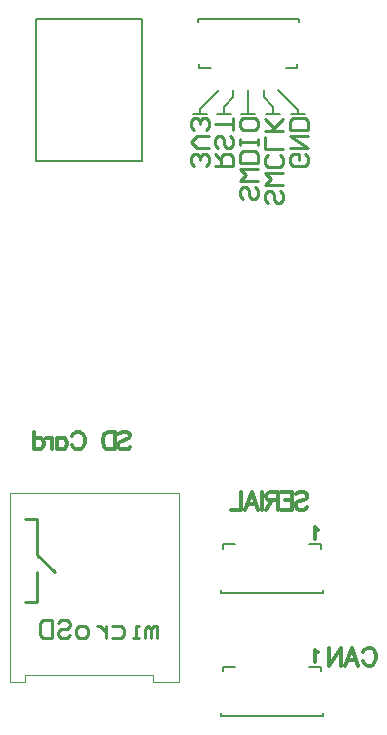
<source format=gbo>
G04 Layer_Color=32896*
%FSLAX25Y25*%
%MOIN*%
G70*
G01*
G75*
%ADD74C,0.00787*%
%ADD77C,0.01181*%
%ADD97C,0.01000*%
%ADD100C,0.00394*%
D74*
X267323Y84646D02*
Y86221D01*
X273622Y92520D01*
X300000Y84646D02*
Y85827D01*
X293307Y92520D02*
X300000Y85827D01*
X293307Y92520D02*
Y92520D01*
X291732Y84646D02*
Y87008D01*
X291339Y87402D02*
X291732Y87008D01*
X288583Y90158D02*
X291339Y87402D01*
X288583Y90158D02*
Y92520D01*
X275197Y84646D02*
Y87008D01*
X275590Y87402D01*
X278346Y90158D01*
Y92520D01*
X283465Y84646D02*
Y92520D01*
X297638Y84646D02*
X302362D01*
X289370D02*
X294094D01*
X281102D02*
X285827D01*
X272835D02*
X277559D01*
X264961D02*
X269685D01*
X307677Y-101181D02*
Y-99606D01*
X303740D02*
X307677D01*
X275000Y-101181D02*
Y-99606D01*
X278937D01*
X308268Y-116142D02*
Y-114961D01*
X274410Y-116142D02*
X308268D01*
X274410D02*
Y-114961D01*
X267126Y99803D02*
Y101378D01*
Y99803D02*
X271063D01*
X299803D02*
Y101378D01*
X295866Y99803D02*
X299803D01*
X266535Y115157D02*
Y116339D01*
X300394D01*
Y115157D02*
Y116339D01*
X307677Y-60236D02*
Y-58661D01*
X303740D02*
X307677D01*
X275000Y-60236D02*
Y-58661D01*
X278937D01*
X308268Y-75197D02*
Y-74016D01*
X274410Y-75197D02*
X308268D01*
X274410D02*
Y-74016D01*
X230315Y68898D02*
X248031D01*
Y86614D01*
X212598Y68898D02*
Y86614D01*
Y68898D02*
X230315D01*
X248031Y86614D02*
Y116142D01*
X212598Y86614D02*
Y116142D01*
X248031D01*
D77*
X306693Y-53900D02*
X306318Y-53713D01*
X305756Y-53150D01*
Y-57087D01*
X306693Y-94845D02*
X306318Y-94658D01*
X305756Y-94095D01*
Y-98032D01*
X321767Y-94714D02*
X322048Y-94152D01*
X322610Y-93590D01*
X323173Y-93308D01*
X324297D01*
X324860Y-93590D01*
X325422Y-94152D01*
X325703Y-94714D01*
X325984Y-95558D01*
Y-96963D01*
X325703Y-97807D01*
X325422Y-98369D01*
X324860Y-98931D01*
X324297Y-99213D01*
X323173D01*
X322610Y-98931D01*
X322048Y-98369D01*
X321767Y-97807D01*
X315610Y-99213D02*
X317859Y-93308D01*
X320108Y-99213D01*
X319265Y-97245D02*
X316453D01*
X314232Y-93308D02*
Y-99213D01*
Y-93308D02*
X310296Y-99213D01*
Y-93308D02*
Y-99213D01*
X299214Y-42183D02*
X299776Y-41621D01*
X300619Y-41340D01*
X301744D01*
X302587Y-41621D01*
X303150Y-42183D01*
Y-42746D01*
X302869Y-43308D01*
X302587Y-43589D01*
X302025Y-43870D01*
X300338Y-44433D01*
X299776Y-44714D01*
X299495Y-44995D01*
X299214Y-45557D01*
Y-46401D01*
X299776Y-46963D01*
X300619Y-47244D01*
X301744D01*
X302587Y-46963D01*
X303150Y-46401D01*
X294237Y-41340D02*
X297892D01*
Y-47244D01*
X294237D01*
X297892Y-44151D02*
X295643D01*
X293253Y-41340D02*
Y-47244D01*
Y-41340D02*
X290723D01*
X289879Y-41621D01*
X289598Y-41902D01*
X289317Y-42465D01*
Y-43027D01*
X289598Y-43589D01*
X289879Y-43870D01*
X290723Y-44151D01*
X293253D01*
X291285D02*
X289317Y-47244D01*
X287995Y-41340D02*
Y-47244D01*
X282260D02*
X284509Y-41340D01*
X286758Y-47244D01*
X285915Y-45276D02*
X283103D01*
X280882Y-41340D02*
Y-47244D01*
X277508D01*
X240158Y-22105D02*
X240721Y-21542D01*
X241564Y-21261D01*
X242689D01*
X243532Y-21542D01*
X244094Y-22105D01*
Y-22667D01*
X243813Y-23229D01*
X243532Y-23510D01*
X242970Y-23791D01*
X241283Y-24354D01*
X240721Y-24635D01*
X240440Y-24916D01*
X240158Y-25478D01*
Y-26322D01*
X240721Y-26884D01*
X241564Y-27165D01*
X242689D01*
X243532Y-26884D01*
X244094Y-26322D01*
X238837Y-21261D02*
Y-27165D01*
Y-21261D02*
X236869D01*
X236025Y-21542D01*
X235463Y-22105D01*
X235182Y-22667D01*
X234901Y-23510D01*
Y-24916D01*
X235182Y-25760D01*
X235463Y-26322D01*
X236025Y-26884D01*
X236869Y-27165D01*
X238837D01*
X224723Y-22667D02*
X225004Y-22105D01*
X225566Y-21542D01*
X226129Y-21261D01*
X227253D01*
X227816Y-21542D01*
X228378Y-22105D01*
X228659Y-22667D01*
X228940Y-23510D01*
Y-24916D01*
X228659Y-25760D01*
X228378Y-26322D01*
X227816Y-26884D01*
X227253Y-27165D01*
X226129D01*
X225566Y-26884D01*
X225004Y-26322D01*
X224723Y-25760D01*
X219690Y-23229D02*
Y-27165D01*
Y-24073D02*
X220253Y-23510D01*
X220815Y-23229D01*
X221658D01*
X222221Y-23510D01*
X222783Y-24073D01*
X223064Y-24916D01*
Y-25478D01*
X222783Y-26322D01*
X222221Y-26884D01*
X221658Y-27165D01*
X220815D01*
X220253Y-26884D01*
X219690Y-26322D01*
X218116Y-23229D02*
Y-27165D01*
Y-24916D02*
X217835Y-24073D01*
X217272Y-23510D01*
X216710Y-23229D01*
X215867D01*
X211959Y-21261D02*
Y-27165D01*
Y-24073D02*
X212521Y-23510D01*
X213083Y-23229D01*
X213927D01*
X214489Y-23510D01*
X215051Y-24073D01*
X215332Y-24916D01*
Y-25478D01*
X215051Y-26322D01*
X214489Y-26884D01*
X213927Y-27165D01*
X213083D01*
X212521Y-26884D01*
X211959Y-26322D01*
D97*
X209055Y-50394D02*
X212992D01*
Y-52362D02*
Y-50394D01*
X209055Y-77953D02*
X212992D01*
Y-68110D01*
X212992Y-62205D02*
X218898Y-68110D01*
X212992Y-62205D02*
X212992D01*
X212992D02*
Y-52362D01*
X269172Y67323D02*
X270171Y68322D01*
Y70322D01*
X269172Y71321D01*
X268172D01*
X267172Y70322D01*
Y69322D01*
Y70322D01*
X266173Y71321D01*
X265173D01*
X264173Y70322D01*
Y68322D01*
X265173Y67323D01*
X270171Y73321D02*
X266173D01*
X264173Y75320D01*
X266173Y77320D01*
X270171D01*
X269172Y79319D02*
X270171Y80319D01*
Y82318D01*
X269172Y83318D01*
X268172D01*
X267172Y82318D01*
Y81318D01*
Y82318D01*
X266173Y83318D01*
X265173D01*
X264173Y82318D01*
Y80319D01*
X265173Y79319D01*
X272441Y67323D02*
X278439D01*
Y70322D01*
X277439Y71321D01*
X275440D01*
X274440Y70322D01*
Y67323D01*
Y69322D02*
X272441Y71321D01*
X277439Y77320D02*
X278439Y76320D01*
Y74321D01*
X277439Y73321D01*
X276440D01*
X275440Y74321D01*
Y76320D01*
X274440Y77320D01*
X273441D01*
X272441Y76320D01*
Y74321D01*
X273441Y73321D01*
X278439Y79319D02*
Y83318D01*
Y81318D01*
X272441D01*
X285707Y60298D02*
X286707Y59298D01*
Y57299D01*
X285707Y56299D01*
X284707D01*
X283708Y57299D01*
Y59298D01*
X282708Y60298D01*
X281708D01*
X280709Y59298D01*
Y57299D01*
X281708Y56299D01*
X286707Y62297D02*
X280709D01*
X282708Y64297D01*
X280709Y66296D01*
X286707D01*
Y68295D02*
X280709D01*
Y71294D01*
X281708Y72294D01*
X285707D01*
X286707Y71294D01*
Y68295D01*
Y74293D02*
Y76293D01*
Y75293D01*
X280709D01*
Y74293D01*
Y76293D01*
X286707Y82291D02*
Y80291D01*
X285707Y79292D01*
X281708D01*
X280709Y80291D01*
Y82291D01*
X281708Y83290D01*
X285707D01*
X286707Y82291D01*
X293975Y59117D02*
X294974Y58117D01*
Y56118D01*
X293975Y55118D01*
X292975D01*
X291975Y56118D01*
Y58117D01*
X290976Y59117D01*
X289976D01*
X288976Y58117D01*
Y56118D01*
X289976Y55118D01*
X294974Y61116D02*
X288976D01*
X290976Y63116D01*
X288976Y65115D01*
X294974D01*
X293975Y71113D02*
X294974Y70113D01*
Y68114D01*
X293975Y67114D01*
X289976D01*
X288976Y68114D01*
Y70113D01*
X289976Y71113D01*
X294974Y73112D02*
X288976D01*
Y77111D01*
X294974Y79110D02*
X288976D01*
X290976D01*
X294974Y83109D01*
X291975Y80110D01*
X288976Y83109D01*
X302242Y71321D02*
X303242Y70322D01*
Y68322D01*
X302242Y67323D01*
X298244D01*
X297244Y68322D01*
Y70322D01*
X298244Y71321D01*
X300243D01*
Y69322D01*
X297244Y73321D02*
X303242D01*
X297244Y77320D01*
X303242D01*
Y79319D02*
X297244D01*
Y82318D01*
X298244Y83318D01*
X302242D01*
X303242Y82318D01*
Y79319D01*
X253150Y-90158D02*
Y-86159D01*
X252150D01*
X251150Y-87159D01*
Y-90158D01*
Y-87159D01*
X250151Y-86159D01*
X249151Y-87159D01*
Y-90158D01*
X247151D02*
X245152D01*
X246152D01*
Y-86159D01*
X247151D01*
X238154D02*
X241154D01*
X242153Y-87159D01*
Y-89158D01*
X241154Y-90158D01*
X238154D01*
X236155Y-86159D02*
Y-90158D01*
Y-88158D01*
X235155Y-87159D01*
X234156Y-86159D01*
X233156D01*
X229157Y-90158D02*
X227158D01*
X226158Y-89158D01*
Y-87159D01*
X227158Y-86159D01*
X229157D01*
X230157Y-87159D01*
Y-89158D01*
X229157Y-90158D01*
X220160Y-85159D02*
X221160Y-84159D01*
X223159D01*
X224159Y-85159D01*
Y-86159D01*
X223159Y-87159D01*
X221160D01*
X220160Y-88158D01*
Y-89158D01*
X221160Y-90158D01*
X223159D01*
X224159Y-89158D01*
X218161Y-84159D02*
Y-90158D01*
X215162D01*
X214162Y-89158D01*
Y-85159D01*
X215162Y-84159D01*
X218161D01*
D100*
X203937Y-104724D02*
Y-41732D01*
X260236D01*
Y-104724D02*
Y-41732D01*
X251575Y-104724D02*
X260236D01*
X251575D02*
Y-102362D01*
X209055D02*
X251575D01*
X209055Y-104724D02*
Y-102362D01*
X203937Y-104724D02*
X209055D01*
M02*

</source>
